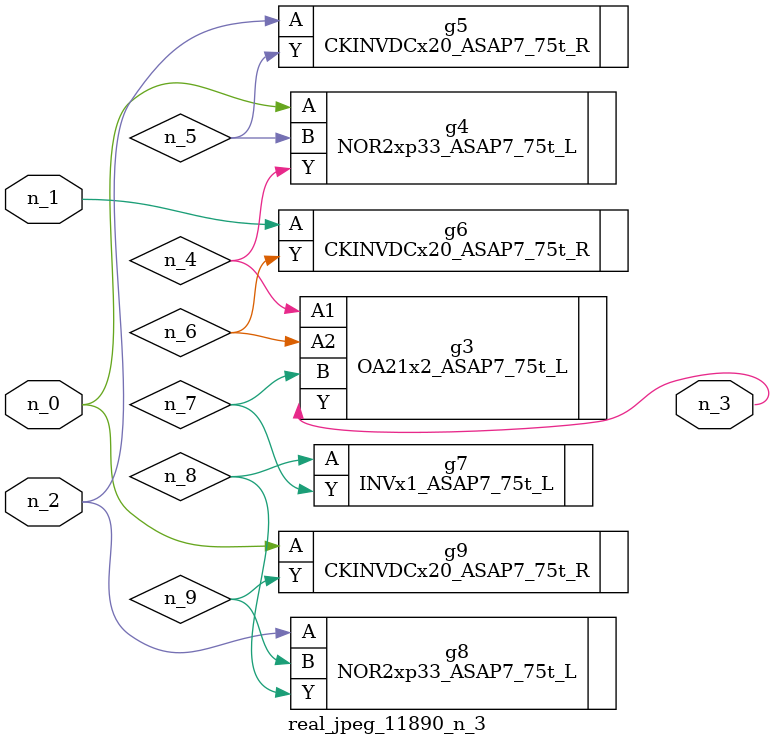
<source format=v>
module real_jpeg_11890_n_3 (n_1, n_0, n_2, n_3);

input n_1;
input n_0;
input n_2;

output n_3;

wire n_5;
wire n_4;
wire n_8;
wire n_6;
wire n_7;
wire n_9;

NOR2xp33_ASAP7_75t_L g4 ( 
.A(n_0),
.B(n_5),
.Y(n_4)
);

CKINVDCx20_ASAP7_75t_R g9 ( 
.A(n_0),
.Y(n_9)
);

CKINVDCx20_ASAP7_75t_R g6 ( 
.A(n_1),
.Y(n_6)
);

CKINVDCx20_ASAP7_75t_R g5 ( 
.A(n_2),
.Y(n_5)
);

NOR2xp33_ASAP7_75t_L g8 ( 
.A(n_2),
.B(n_9),
.Y(n_8)
);

OA21x2_ASAP7_75t_L g3 ( 
.A1(n_4),
.A2(n_6),
.B(n_7),
.Y(n_3)
);

INVx1_ASAP7_75t_L g7 ( 
.A(n_8),
.Y(n_7)
);


endmodule
</source>
